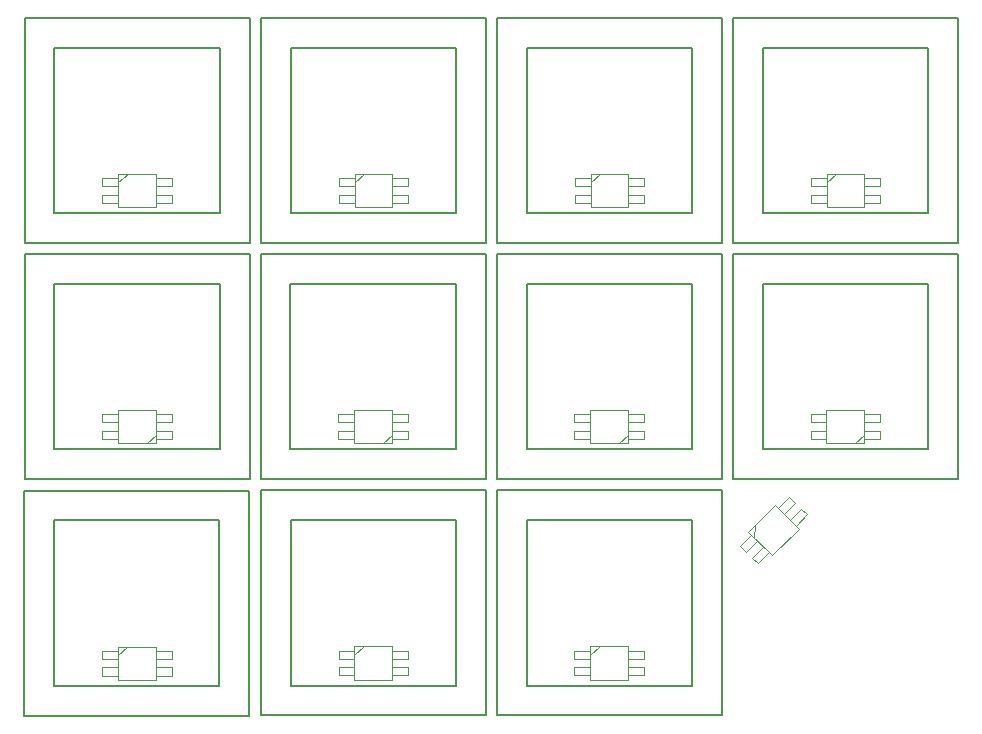
<source format=gbr>
%TF.GenerationSoftware,KiCad,Pcbnew,5.1.7-a382d34a8~88~ubuntu20.04.1*%
%TF.CreationDate,2021-03-20T14:16:57+01:00*%
%TF.ProjectId,WiFiDuck32,57694669-4475-4636-9b33-322e6b696361,2*%
%TF.SameCoordinates,Original*%
%TF.FileFunction,OtherDrawing,Comment*%
%FSLAX46Y46*%
G04 Gerber Fmt 4.6, Leading zero omitted, Abs format (unit mm)*
G04 Created by KiCad (PCBNEW 5.1.7-a382d34a8~88~ubuntu20.04.1) date 2021-03-20 14:16:57*
%MOMM*%
%LPD*%
G01*
G04 APERTURE LIST*
%ADD10C,0.150000*%
%ADD11C,0.120000*%
G04 APERTURE END LIST*
D10*
%TO.C,SW1*%
X27486800Y-49483200D02*
X46536800Y-49483200D01*
X46536800Y-49483200D02*
X46536800Y-68533200D01*
X46536800Y-68533200D02*
X27486800Y-68533200D01*
X27486800Y-68533200D02*
X27486800Y-49483200D01*
X30011800Y-66008200D02*
X30011800Y-52008200D01*
X44011800Y-52008200D02*
X30011800Y-52008200D01*
X44011800Y-66008200D02*
X44011800Y-52008200D01*
X30011800Y-66008200D02*
X44011800Y-66008200D01*
D11*
%TO.C,LED1*%
X35411800Y-63388200D02*
X36211800Y-62688200D01*
X39951800Y-64458200D02*
X39951800Y-65138200D01*
X39951800Y-65138200D02*
X38611800Y-65138200D01*
X38611800Y-64458200D02*
X39951800Y-64458200D01*
X39951800Y-63058200D02*
X39951800Y-63738200D01*
X39951800Y-63738200D02*
X38611800Y-63738200D01*
X38611800Y-63058200D02*
X39951800Y-63058200D01*
X34071800Y-63738200D02*
X34071800Y-63058200D01*
X34071800Y-63058200D02*
X35411800Y-63058200D01*
X35411800Y-63738200D02*
X34071800Y-63738200D01*
X34071800Y-64458200D02*
X35411800Y-64458200D01*
X34071800Y-65138200D02*
X34071800Y-64458200D01*
X35411800Y-65138200D02*
X34071800Y-65138200D01*
X38611800Y-65488200D02*
X38611800Y-62688200D01*
X35411800Y-65488200D02*
X35411800Y-62688200D01*
X35411800Y-62688200D02*
X38611800Y-62688200D01*
X35411800Y-65488200D02*
X38611800Y-65488200D01*
%TO.C,LED2*%
X55423000Y-65488200D02*
X58623000Y-65488200D01*
X55423000Y-62688200D02*
X58623000Y-62688200D01*
X55423000Y-65488200D02*
X55423000Y-62688200D01*
X58623000Y-65488200D02*
X58623000Y-62688200D01*
X55423000Y-65138200D02*
X54083000Y-65138200D01*
X54083000Y-65138200D02*
X54083000Y-64458200D01*
X54083000Y-64458200D02*
X55423000Y-64458200D01*
X55423000Y-63738200D02*
X54083000Y-63738200D01*
X54083000Y-63058200D02*
X55423000Y-63058200D01*
X54083000Y-63738200D02*
X54083000Y-63058200D01*
X58623000Y-63058200D02*
X59963000Y-63058200D01*
X59963000Y-63738200D02*
X58623000Y-63738200D01*
X59963000Y-63058200D02*
X59963000Y-63738200D01*
X58623000Y-64458200D02*
X59963000Y-64458200D01*
X59963000Y-65138200D02*
X58623000Y-65138200D01*
X59963000Y-64458200D02*
X59963000Y-65138200D01*
X55423000Y-63388200D02*
X56223000Y-62688200D01*
%TO.C,LED3*%
X75408800Y-63388200D02*
X76208800Y-62688200D01*
X79948800Y-64458200D02*
X79948800Y-65138200D01*
X79948800Y-65138200D02*
X78608800Y-65138200D01*
X78608800Y-64458200D02*
X79948800Y-64458200D01*
X79948800Y-63058200D02*
X79948800Y-63738200D01*
X79948800Y-63738200D02*
X78608800Y-63738200D01*
X78608800Y-63058200D02*
X79948800Y-63058200D01*
X74068800Y-63738200D02*
X74068800Y-63058200D01*
X74068800Y-63058200D02*
X75408800Y-63058200D01*
X75408800Y-63738200D02*
X74068800Y-63738200D01*
X74068800Y-64458200D02*
X75408800Y-64458200D01*
X74068800Y-65138200D02*
X74068800Y-64458200D01*
X75408800Y-65138200D02*
X74068800Y-65138200D01*
X78608800Y-65488200D02*
X78608800Y-62688200D01*
X75408800Y-65488200D02*
X75408800Y-62688200D01*
X75408800Y-62688200D02*
X78608800Y-62688200D01*
X75408800Y-65488200D02*
X78608800Y-65488200D01*
%TO.C,LED4*%
X95394600Y-65462800D02*
X98594600Y-65462800D01*
X95394600Y-62662800D02*
X98594600Y-62662800D01*
X95394600Y-65462800D02*
X95394600Y-62662800D01*
X98594600Y-65462800D02*
X98594600Y-62662800D01*
X95394600Y-65112800D02*
X94054600Y-65112800D01*
X94054600Y-65112800D02*
X94054600Y-64432800D01*
X94054600Y-64432800D02*
X95394600Y-64432800D01*
X95394600Y-63712800D02*
X94054600Y-63712800D01*
X94054600Y-63032800D02*
X95394600Y-63032800D01*
X94054600Y-63712800D02*
X94054600Y-63032800D01*
X98594600Y-63032800D02*
X99934600Y-63032800D01*
X99934600Y-63712800D02*
X98594600Y-63712800D01*
X99934600Y-63032800D02*
X99934600Y-63712800D01*
X98594600Y-64432800D02*
X99934600Y-64432800D01*
X99934600Y-65112800D02*
X98594600Y-65112800D01*
X99934600Y-64432800D02*
X99934600Y-65112800D01*
X95394600Y-63362800D02*
X96194600Y-62662800D01*
%TO.C,LED5*%
X98581900Y-84774000D02*
X97781900Y-85474000D01*
X94041900Y-83704000D02*
X94041900Y-83024000D01*
X94041900Y-83024000D02*
X95381900Y-83024000D01*
X95381900Y-83704000D02*
X94041900Y-83704000D01*
X94041900Y-85104000D02*
X94041900Y-84424000D01*
X94041900Y-84424000D02*
X95381900Y-84424000D01*
X95381900Y-85104000D02*
X94041900Y-85104000D01*
X99921900Y-84424000D02*
X99921900Y-85104000D01*
X99921900Y-85104000D02*
X98581900Y-85104000D01*
X98581900Y-84424000D02*
X99921900Y-84424000D01*
X99921900Y-83704000D02*
X98581900Y-83704000D01*
X99921900Y-83024000D02*
X99921900Y-83704000D01*
X98581900Y-83024000D02*
X99921900Y-83024000D01*
X95381900Y-82674000D02*
X95381900Y-85474000D01*
X98581900Y-82674000D02*
X98581900Y-85474000D01*
X98581900Y-85474000D02*
X95381900Y-85474000D01*
X98581900Y-82674000D02*
X95381900Y-82674000D01*
%TO.C,LED6*%
X78583400Y-82674000D02*
X75383400Y-82674000D01*
X78583400Y-85474000D02*
X75383400Y-85474000D01*
X78583400Y-82674000D02*
X78583400Y-85474000D01*
X75383400Y-82674000D02*
X75383400Y-85474000D01*
X78583400Y-83024000D02*
X79923400Y-83024000D01*
X79923400Y-83024000D02*
X79923400Y-83704000D01*
X79923400Y-83704000D02*
X78583400Y-83704000D01*
X78583400Y-84424000D02*
X79923400Y-84424000D01*
X79923400Y-85104000D02*
X78583400Y-85104000D01*
X79923400Y-84424000D02*
X79923400Y-85104000D01*
X75383400Y-85104000D02*
X74043400Y-85104000D01*
X74043400Y-84424000D02*
X75383400Y-84424000D01*
X74043400Y-85104000D02*
X74043400Y-84424000D01*
X75383400Y-83704000D02*
X74043400Y-83704000D01*
X74043400Y-83024000D02*
X75383400Y-83024000D01*
X74043400Y-83704000D02*
X74043400Y-83024000D01*
X78583400Y-84774000D02*
X77783400Y-85474000D01*
%TO.C,LED7*%
X58597600Y-84774000D02*
X57797600Y-85474000D01*
X54057600Y-83704000D02*
X54057600Y-83024000D01*
X54057600Y-83024000D02*
X55397600Y-83024000D01*
X55397600Y-83704000D02*
X54057600Y-83704000D01*
X54057600Y-85104000D02*
X54057600Y-84424000D01*
X54057600Y-84424000D02*
X55397600Y-84424000D01*
X55397600Y-85104000D02*
X54057600Y-85104000D01*
X59937600Y-84424000D02*
X59937600Y-85104000D01*
X59937600Y-85104000D02*
X58597600Y-85104000D01*
X58597600Y-84424000D02*
X59937600Y-84424000D01*
X59937600Y-83704000D02*
X58597600Y-83704000D01*
X59937600Y-83024000D02*
X59937600Y-83704000D01*
X58597600Y-83024000D02*
X59937600Y-83024000D01*
X55397600Y-82674000D02*
X55397600Y-85474000D01*
X58597600Y-82674000D02*
X58597600Y-85474000D01*
X58597600Y-85474000D02*
X55397600Y-85474000D01*
X58597600Y-82674000D02*
X55397600Y-82674000D01*
%TO.C,LED8*%
X38611800Y-82661300D02*
X35411800Y-82661300D01*
X38611800Y-85461300D02*
X35411800Y-85461300D01*
X38611800Y-82661300D02*
X38611800Y-85461300D01*
X35411800Y-82661300D02*
X35411800Y-85461300D01*
X38611800Y-83011300D02*
X39951800Y-83011300D01*
X39951800Y-83011300D02*
X39951800Y-83691300D01*
X39951800Y-83691300D02*
X38611800Y-83691300D01*
X38611800Y-84411300D02*
X39951800Y-84411300D01*
X39951800Y-85091300D02*
X38611800Y-85091300D01*
X39951800Y-84411300D02*
X39951800Y-85091300D01*
X35411800Y-85091300D02*
X34071800Y-85091300D01*
X34071800Y-84411300D02*
X35411800Y-84411300D01*
X34071800Y-85091300D02*
X34071800Y-84411300D01*
X35411800Y-83691300D02*
X34071800Y-83691300D01*
X34071800Y-83011300D02*
X35411800Y-83011300D01*
X34071800Y-83691300D02*
X34071800Y-83011300D01*
X38611800Y-84761300D02*
X37811800Y-85461300D01*
%TO.C,LED9*%
X35386400Y-103397900D02*
X36186400Y-102697900D01*
X39926400Y-104467900D02*
X39926400Y-105147900D01*
X39926400Y-105147900D02*
X38586400Y-105147900D01*
X38586400Y-104467900D02*
X39926400Y-104467900D01*
X39926400Y-103067900D02*
X39926400Y-103747900D01*
X39926400Y-103747900D02*
X38586400Y-103747900D01*
X38586400Y-103067900D02*
X39926400Y-103067900D01*
X34046400Y-103747900D02*
X34046400Y-103067900D01*
X34046400Y-103067900D02*
X35386400Y-103067900D01*
X35386400Y-103747900D02*
X34046400Y-103747900D01*
X34046400Y-104467900D02*
X35386400Y-104467900D01*
X34046400Y-105147900D02*
X34046400Y-104467900D01*
X35386400Y-105147900D02*
X34046400Y-105147900D01*
X38586400Y-105497900D02*
X38586400Y-102697900D01*
X35386400Y-105497900D02*
X35386400Y-102697900D01*
X35386400Y-102697900D02*
X38586400Y-102697900D01*
X35386400Y-105497900D02*
X38586400Y-105497900D01*
%TO.C,LED10*%
X55410300Y-105485200D02*
X58610300Y-105485200D01*
X55410300Y-102685200D02*
X58610300Y-102685200D01*
X55410300Y-105485200D02*
X55410300Y-102685200D01*
X58610300Y-105485200D02*
X58610300Y-102685200D01*
X55410300Y-105135200D02*
X54070300Y-105135200D01*
X54070300Y-105135200D02*
X54070300Y-104455200D01*
X54070300Y-104455200D02*
X55410300Y-104455200D01*
X55410300Y-103735200D02*
X54070300Y-103735200D01*
X54070300Y-103055200D02*
X55410300Y-103055200D01*
X54070300Y-103735200D02*
X54070300Y-103055200D01*
X58610300Y-103055200D02*
X59950300Y-103055200D01*
X59950300Y-103735200D02*
X58610300Y-103735200D01*
X59950300Y-103055200D02*
X59950300Y-103735200D01*
X58610300Y-104455200D02*
X59950300Y-104455200D01*
X59950300Y-105135200D02*
X58610300Y-105135200D01*
X59950300Y-104455200D02*
X59950300Y-105135200D01*
X55410300Y-103385200D02*
X56210300Y-102685200D01*
%TO.C,LED11*%
X75383400Y-103385200D02*
X76183400Y-102685200D01*
X79923400Y-104455200D02*
X79923400Y-105135200D01*
X79923400Y-105135200D02*
X78583400Y-105135200D01*
X78583400Y-104455200D02*
X79923400Y-104455200D01*
X79923400Y-103055200D02*
X79923400Y-103735200D01*
X79923400Y-103735200D02*
X78583400Y-103735200D01*
X78583400Y-103055200D02*
X79923400Y-103055200D01*
X74043400Y-103735200D02*
X74043400Y-103055200D01*
X74043400Y-103055200D02*
X75383400Y-103055200D01*
X75383400Y-103735200D02*
X74043400Y-103735200D01*
X74043400Y-104455200D02*
X75383400Y-104455200D01*
X74043400Y-105135200D02*
X74043400Y-104455200D01*
X75383400Y-105135200D02*
X74043400Y-105135200D01*
X78583400Y-105485200D02*
X78583400Y-102685200D01*
X75383400Y-105485200D02*
X75383400Y-102685200D01*
X75383400Y-102685200D02*
X78583400Y-102685200D01*
X75383400Y-105485200D02*
X78583400Y-105485200D01*
D10*
%TO.C,SW2*%
X50023000Y-66008200D02*
X64023000Y-66008200D01*
X64023000Y-66008200D02*
X64023000Y-52008200D01*
X64023000Y-52008200D02*
X50023000Y-52008200D01*
X50023000Y-66008200D02*
X50023000Y-52008200D01*
X47498000Y-68533200D02*
X47498000Y-49483200D01*
X66548000Y-68533200D02*
X47498000Y-68533200D01*
X66548000Y-49483200D02*
X66548000Y-68533200D01*
X47498000Y-49483200D02*
X66548000Y-49483200D01*
%TO.C,SW3*%
X70008800Y-66008200D02*
X84008800Y-66008200D01*
X84008800Y-66008200D02*
X84008800Y-52008200D01*
X84008800Y-52008200D02*
X70008800Y-52008200D01*
X70008800Y-66008200D02*
X70008800Y-52008200D01*
X67483800Y-68533200D02*
X67483800Y-49483200D01*
X86533800Y-68533200D02*
X67483800Y-68533200D01*
X86533800Y-49483200D02*
X86533800Y-68533200D01*
X67483800Y-49483200D02*
X86533800Y-49483200D01*
%TO.C,SW4*%
X89994600Y-65982800D02*
X103994600Y-65982800D01*
X103994600Y-65982800D02*
X103994600Y-51982800D01*
X103994600Y-51982800D02*
X89994600Y-51982800D01*
X89994600Y-65982800D02*
X89994600Y-51982800D01*
X87469600Y-68507800D02*
X87469600Y-49457800D01*
X106519600Y-68507800D02*
X87469600Y-68507800D01*
X106519600Y-49457800D02*
X106519600Y-68507800D01*
X87469600Y-49457800D02*
X106519600Y-49457800D01*
%TO.C,SW5*%
X30011800Y-85981300D02*
X44011800Y-85981300D01*
X44011800Y-85981300D02*
X44011800Y-71981300D01*
X44011800Y-71981300D02*
X30011800Y-71981300D01*
X30011800Y-85981300D02*
X30011800Y-71981300D01*
X27486800Y-88506300D02*
X27486800Y-69456300D01*
X46536800Y-88506300D02*
X27486800Y-88506300D01*
X46536800Y-69456300D02*
X46536800Y-88506300D01*
X27486800Y-69456300D02*
X46536800Y-69456300D01*
%TO.C,SW6*%
X49997600Y-85994000D02*
X63997600Y-85994000D01*
X63997600Y-85994000D02*
X63997600Y-71994000D01*
X63997600Y-71994000D02*
X49997600Y-71994000D01*
X49997600Y-85994000D02*
X49997600Y-71994000D01*
X47472600Y-88519000D02*
X47472600Y-69469000D01*
X66522600Y-88519000D02*
X47472600Y-88519000D01*
X66522600Y-69469000D02*
X66522600Y-88519000D01*
X47472600Y-69469000D02*
X66522600Y-69469000D01*
%TO.C,SW7*%
X67458400Y-69469000D02*
X86508400Y-69469000D01*
X86508400Y-69469000D02*
X86508400Y-88519000D01*
X86508400Y-88519000D02*
X67458400Y-88519000D01*
X67458400Y-88519000D02*
X67458400Y-69469000D01*
X69983400Y-85994000D02*
X69983400Y-71994000D01*
X83983400Y-71994000D02*
X69983400Y-71994000D01*
X83983400Y-85994000D02*
X83983400Y-71994000D01*
X69983400Y-85994000D02*
X83983400Y-85994000D01*
%TO.C,SW8*%
X87456900Y-69469000D02*
X106506900Y-69469000D01*
X106506900Y-69469000D02*
X106506900Y-88519000D01*
X106506900Y-88519000D02*
X87456900Y-88519000D01*
X87456900Y-88519000D02*
X87456900Y-69469000D01*
X89981900Y-85994000D02*
X89981900Y-71994000D01*
X103981900Y-71994000D02*
X89981900Y-71994000D01*
X103981900Y-85994000D02*
X103981900Y-71994000D01*
X89981900Y-85994000D02*
X103981900Y-85994000D01*
%TO.C,SW9*%
X27461400Y-89492900D02*
X46511400Y-89492900D01*
X46511400Y-89492900D02*
X46511400Y-108542900D01*
X46511400Y-108542900D02*
X27461400Y-108542900D01*
X27461400Y-108542900D02*
X27461400Y-89492900D01*
X29986400Y-106017900D02*
X29986400Y-92017900D01*
X43986400Y-92017900D02*
X29986400Y-92017900D01*
X43986400Y-106017900D02*
X43986400Y-92017900D01*
X29986400Y-106017900D02*
X43986400Y-106017900D01*
%TO.C,SW10*%
X47485300Y-89480200D02*
X66535300Y-89480200D01*
X66535300Y-89480200D02*
X66535300Y-108530200D01*
X66535300Y-108530200D02*
X47485300Y-108530200D01*
X47485300Y-108530200D02*
X47485300Y-89480200D01*
X50010300Y-106005200D02*
X50010300Y-92005200D01*
X64010300Y-92005200D02*
X50010300Y-92005200D01*
X64010300Y-106005200D02*
X64010300Y-92005200D01*
X50010300Y-106005200D02*
X64010300Y-106005200D01*
%TO.C,SW11*%
X67458400Y-89480200D02*
X86508400Y-89480200D01*
X86508400Y-89480200D02*
X86508400Y-108530200D01*
X86508400Y-108530200D02*
X67458400Y-108530200D01*
X67458400Y-108530200D02*
X67458400Y-89480200D01*
X69983400Y-106005200D02*
X69983400Y-92005200D01*
X83983400Y-92005200D02*
X69983400Y-92005200D01*
X83983400Y-106005200D02*
X83983400Y-92005200D01*
X69983400Y-106005200D02*
X83983400Y-106005200D01*
D11*
%TO.C,LED12*%
X89265155Y-93478397D02*
X89335866Y-92417737D01*
X93232024Y-91024737D02*
X93712857Y-91505569D01*
X93712857Y-91505569D02*
X92765334Y-92453092D01*
X92284501Y-91972260D02*
X93232024Y-91024737D01*
X92242075Y-90034787D02*
X92722908Y-90515620D01*
X92722908Y-90515620D02*
X91775384Y-91463143D01*
X91294552Y-90982310D02*
X92242075Y-90034787D01*
X88565120Y-94673408D02*
X88084287Y-94192575D01*
X88084287Y-94192575D02*
X89031810Y-93245052D01*
X89512643Y-93725884D02*
X88565120Y-94673408D01*
X89074237Y-95182524D02*
X90021760Y-94235001D01*
X89555069Y-95663357D02*
X89074237Y-95182524D01*
X90502592Y-94715834D02*
X89555069Y-95663357D01*
X93012821Y-92700580D02*
X91032922Y-90720681D01*
X90750080Y-94963321D02*
X88770181Y-92983422D01*
X88770181Y-92983422D02*
X91032922Y-90720681D01*
X90750080Y-94963321D02*
X93012821Y-92700580D01*
%TD*%
M02*

</source>
